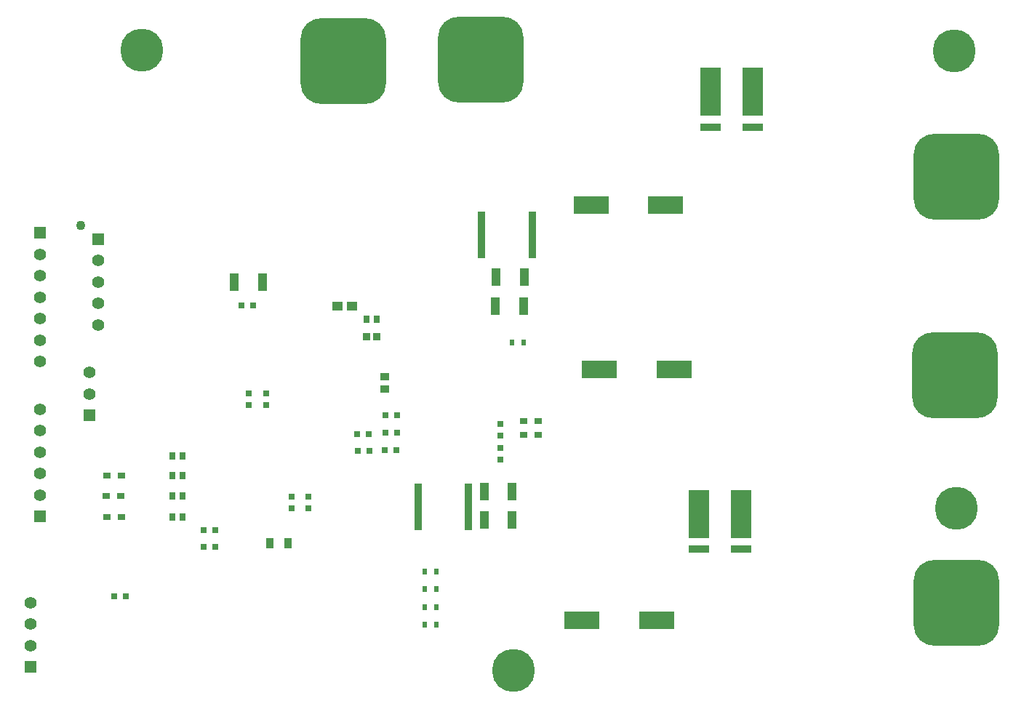
<source format=gbr>
%FSTAX23Y23*%
%MOIN*%
%SFA1B1*%

%IPPOS*%
%AMD100*
4,1,8,0.098400,0.196800,-0.098400,0.196800,-0.196800,0.098400,-0.196800,-0.098400,-0.098400,-0.196800,0.098400,-0.196800,0.196800,-0.098400,0.196800,0.098400,0.098400,0.196800,0.0*
1,1,0.196860,0.098400,0.098400*
1,1,0.196860,-0.098400,0.098400*
1,1,0.196860,-0.098400,-0.098400*
1,1,0.196860,0.098400,-0.098400*
%
%AMD101*
4,1,8,-0.196800,0.098400,-0.196800,-0.098400,-0.098400,-0.196800,0.098400,-0.196800,0.196800,-0.098400,0.196800,0.098400,0.098400,0.196800,-0.098400,0.196800,-0.196800,0.098400,0.0*
1,1,0.196860,-0.098400,0.098400*
1,1,0.196860,-0.098400,-0.098400*
1,1,0.196860,0.098400,-0.098400*
1,1,0.196860,0.098400,0.098400*
%
%ADD32R,0.025590X0.027560*%
%ADD33R,0.043310X0.080710*%
%ADD34R,0.035430X0.031500*%
%ADD39R,0.037650X0.047490*%
%ADD40R,0.041340X0.037400*%
%ADD42R,0.027560X0.025590*%
%ADD48R,0.029530X0.035430*%
%ADD54R,0.033660X0.035680*%
%ADD91R,0.055120X0.055120*%
%ADD92C,0.055120*%
%ADD93C,0.043310*%
%ADD99C,0.196850*%
G04~CAMADD=100~8~0.0~0.0~3937.0~3937.0~984.3~0.0~15~0.0~0.0~0.0~0.0~0~0.0~0.0~0.0~0.0~0~0.0~0.0~0.0~0.0~3937.0~3937.0*
%ADD100D100*%
G04~CAMADD=101~8~0.0~0.0~3937.0~3937.0~984.3~0.0~15~0.0~0.0~0.0~0.0~0~0.0~0.0~0.0~0.0~0~0.0~0.0~0.0~90.0~3936.0~3936.0*
%ADD101D101*%
%ADD105R,0.161420X0.078740*%
%ADD106R,0.096060X0.220470*%
%ADD107R,0.096060X0.035040*%
%ADD108R,0.045280X0.041340*%
%ADD109R,0.023620X0.031500*%
%ADD110R,0.027560X0.033470*%
%ADD111R,0.037520X0.212720*%
%LNpcb_pads_bot-1*%
%LPD*%
G54D32*
X02986Y01925D03*
X02933D03*
X04231Y02755D03*
X04178D03*
X04231Y02675D03*
X04178D03*
X04226Y02595D03*
X04173D03*
X03571Y0326D03*
X03518D03*
X0405Y02593D03*
X04103D03*
X03396Y0223D03*
X03343D03*
X04048Y0267D03*
X04101D03*
X03396Y02153D03*
X03343D03*
G54D33*
X03614Y03365D03*
X03485D03*
X04682Y03257D03*
X04812D03*
X0463Y02275D03*
X04759D03*
X0463Y02407D03*
X04759D03*
X04685Y0339D03*
X04814D03*
G54D34*
X02968Y0229D03*
X02901D03*
X02968Y0248D03*
X02901D03*
X02965Y02385D03*
X02898D03*
X04878Y0273D03*
X04811D03*
X04878Y02665D03*
X04811D03*
G54D39*
X0373Y0217D03*
X03649D03*
G54D40*
X04175Y02876D03*
Y02933D03*
G54D42*
X04705Y02716D03*
Y02663D03*
X0363Y02803D03*
Y02856D03*
X03748Y02328D03*
Y02381D03*
X03825Y02328D03*
Y02381D03*
X0355Y02803D03*
Y02856D03*
X04705Y02553D03*
Y02606D03*
G54D48*
X03248Y0229D03*
X03201D03*
Y0257D03*
X03248D03*
X03201Y0248D03*
X03248D03*
X03201Y02385D03*
X03248D03*
G54D54*
X04139Y03115D03*
X0409D03*
G54D91*
X02595Y02291D03*
Y03592D03*
X0286Y03564D03*
X0282Y02755D03*
X0255Y01601D03*
G54D92*
X02595Y0239D03*
Y02488D03*
Y02586D03*
Y02685D03*
Y02783D03*
Y03494D03*
Y03396D03*
Y03297D03*
Y03199D03*
Y031D03*
Y03002D03*
X0286Y03465D03*
Y03367D03*
Y03268D03*
Y0317D03*
X0282Y02853D03*
Y02951D03*
X0255Y01896D03*
Y01798D03*
Y017D03*
G54D93*
X02781Y03627D03*
G54D99*
X06795Y0233D03*
X06785Y04425D03*
X04765Y01585D03*
X0306Y0443D03*
G54D100*
X03985Y0438D03*
X04615Y04385D03*
G54D101*
X06795Y0385D03*
X06787Y0294D03*
X06795Y01895D03*
G54D105*
X05462Y0372D03*
X0512D03*
X05078Y01815D03*
X05421D03*
X05158Y02965D03*
X05501D03*
G54D106*
X05667Y0424D03*
X05862D03*
X05614Y02304D03*
X05809D03*
G54D107*
X05667Y04077D03*
X05862D03*
X05614Y02141D03*
X05809D03*
G54D108*
X03956Y03255D03*
X04023D03*
G54D109*
X04759Y0309D03*
X0481D03*
X0441Y0204D03*
X04359D03*
X0441Y0196D03*
X04359D03*
X0441Y01795D03*
X04359D03*
X0441Y01875D03*
X04359D03*
G54D110*
X0409Y03195D03*
X04139D03*
G54D111*
X04557Y02335D03*
X04327D03*
X04619Y03581D03*
X0485D03*
M02*
</source>
